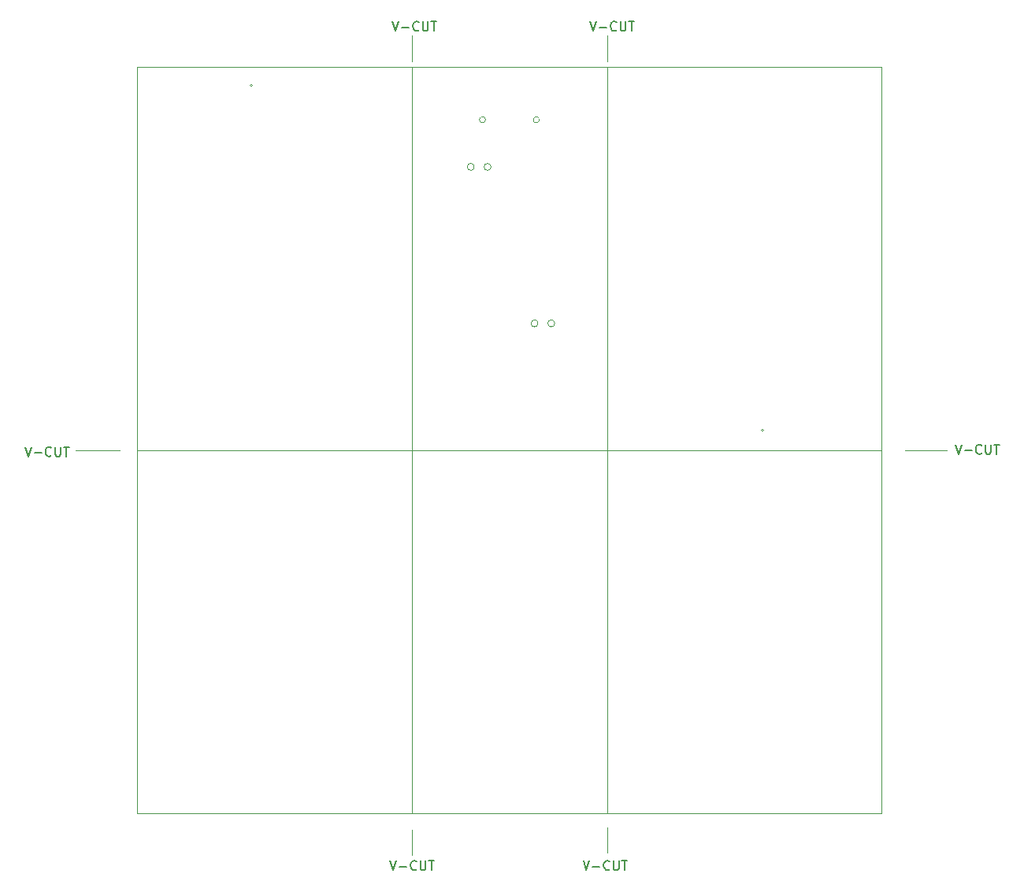
<source format=gbr>
%TF.GenerationSoftware,KiCad,Pcbnew,9.0.0*%
%TF.CreationDate,2025-05-15T12:24:39+09:00*%
%TF.ProjectId,Raspberry Pi Pico(Designed By TORICA),52617370-6265-4727-9279-205069205069,rev?*%
%TF.SameCoordinates,Original*%
%TF.FileFunction,Profile,NP*%
%FSLAX46Y46*%
G04 Gerber Fmt 4.6, Leading zero omitted, Abs format (unit mm)*
G04 Created by KiCad (PCBNEW 9.0.0) date 2025-05-15 12:24:39*
%MOMM*%
%LPD*%
G01*
G04 APERTURE LIST*
%TA.AperFunction,Profile*%
%ADD10C,0.050000*%
%TD*%
%ADD11C,0.150000*%
G04 APERTURE END LIST*
D10*
X160500000Y-79000000D02*
X190000000Y-79000000D01*
X122375000Y-81000000D02*
G75*
G02*
X122125000Y-81000000I-125000J0D01*
G01*
X122125000Y-81000000D02*
G75*
G02*
X122375000Y-81000000I125000J0D01*
G01*
X139500000Y-79000000D02*
X160500000Y-79000000D01*
X160500000Y-120250000D01*
X139500000Y-120250000D01*
X139500000Y-79000000D01*
X110000000Y-120250000D02*
X139500000Y-120250000D01*
X190000000Y-79000000D02*
X190000000Y-159250000D01*
X110000000Y-159250000D02*
X190000000Y-159250000D01*
X139500000Y-75625000D02*
X139500000Y-78375000D01*
X177340000Y-118070000D02*
G75*
G02*
X177090000Y-118070000I-125000J0D01*
G01*
X177090000Y-118070000D02*
G75*
G02*
X177340000Y-118070000I125000J0D01*
G01*
X139500000Y-161000000D02*
X139500000Y-163750000D01*
X108125000Y-120250000D02*
X103375000Y-120250000D01*
X139500000Y-79000000D02*
X110000000Y-79000000D01*
X139500000Y-120250000D02*
X139500000Y-159250000D01*
X160500000Y-75625000D02*
X160500000Y-78375000D01*
X192500000Y-120250000D02*
X197000000Y-120250000D01*
X190000000Y-120250000D02*
X160500000Y-120250000D01*
X110000000Y-79000000D02*
X110000000Y-159250000D01*
X160500000Y-160750000D02*
X160500000Y-163500000D01*
X160500000Y-120250000D02*
X160500000Y-159250000D01*
D11*
X197943922Y-119619819D02*
X198277255Y-120619819D01*
X198277255Y-120619819D02*
X198610588Y-119619819D01*
X198943922Y-120238866D02*
X199705827Y-120238866D01*
X200753445Y-120524580D02*
X200705826Y-120572200D01*
X200705826Y-120572200D02*
X200562969Y-120619819D01*
X200562969Y-120619819D02*
X200467731Y-120619819D01*
X200467731Y-120619819D02*
X200324874Y-120572200D01*
X200324874Y-120572200D02*
X200229636Y-120476961D01*
X200229636Y-120476961D02*
X200182017Y-120381723D01*
X200182017Y-120381723D02*
X200134398Y-120191247D01*
X200134398Y-120191247D02*
X200134398Y-120048390D01*
X200134398Y-120048390D02*
X200182017Y-119857914D01*
X200182017Y-119857914D02*
X200229636Y-119762676D01*
X200229636Y-119762676D02*
X200324874Y-119667438D01*
X200324874Y-119667438D02*
X200467731Y-119619819D01*
X200467731Y-119619819D02*
X200562969Y-119619819D01*
X200562969Y-119619819D02*
X200705826Y-119667438D01*
X200705826Y-119667438D02*
X200753445Y-119715057D01*
X201182017Y-119619819D02*
X201182017Y-120429342D01*
X201182017Y-120429342D02*
X201229636Y-120524580D01*
X201229636Y-120524580D02*
X201277255Y-120572200D01*
X201277255Y-120572200D02*
X201372493Y-120619819D01*
X201372493Y-120619819D02*
X201562969Y-120619819D01*
X201562969Y-120619819D02*
X201658207Y-120572200D01*
X201658207Y-120572200D02*
X201705826Y-120524580D01*
X201705826Y-120524580D02*
X201753445Y-120429342D01*
X201753445Y-120429342D02*
X201753445Y-119619819D01*
X202086779Y-119619819D02*
X202658207Y-119619819D01*
X202372493Y-120619819D02*
X202372493Y-119619819D01*
X137193922Y-164369819D02*
X137527255Y-165369819D01*
X137527255Y-165369819D02*
X137860588Y-164369819D01*
X138193922Y-164988866D02*
X138955827Y-164988866D01*
X140003445Y-165274580D02*
X139955826Y-165322200D01*
X139955826Y-165322200D02*
X139812969Y-165369819D01*
X139812969Y-165369819D02*
X139717731Y-165369819D01*
X139717731Y-165369819D02*
X139574874Y-165322200D01*
X139574874Y-165322200D02*
X139479636Y-165226961D01*
X139479636Y-165226961D02*
X139432017Y-165131723D01*
X139432017Y-165131723D02*
X139384398Y-164941247D01*
X139384398Y-164941247D02*
X139384398Y-164798390D01*
X139384398Y-164798390D02*
X139432017Y-164607914D01*
X139432017Y-164607914D02*
X139479636Y-164512676D01*
X139479636Y-164512676D02*
X139574874Y-164417438D01*
X139574874Y-164417438D02*
X139717731Y-164369819D01*
X139717731Y-164369819D02*
X139812969Y-164369819D01*
X139812969Y-164369819D02*
X139955826Y-164417438D01*
X139955826Y-164417438D02*
X140003445Y-164465057D01*
X140432017Y-164369819D02*
X140432017Y-165179342D01*
X140432017Y-165179342D02*
X140479636Y-165274580D01*
X140479636Y-165274580D02*
X140527255Y-165322200D01*
X140527255Y-165322200D02*
X140622493Y-165369819D01*
X140622493Y-165369819D02*
X140812969Y-165369819D01*
X140812969Y-165369819D02*
X140908207Y-165322200D01*
X140908207Y-165322200D02*
X140955826Y-165274580D01*
X140955826Y-165274580D02*
X141003445Y-165179342D01*
X141003445Y-165179342D02*
X141003445Y-164369819D01*
X141336779Y-164369819D02*
X141908207Y-164369819D01*
X141622493Y-165369819D02*
X141622493Y-164369819D01*
X157943922Y-164369819D02*
X158277255Y-165369819D01*
X158277255Y-165369819D02*
X158610588Y-164369819D01*
X158943922Y-164988866D02*
X159705827Y-164988866D01*
X160753445Y-165274580D02*
X160705826Y-165322200D01*
X160705826Y-165322200D02*
X160562969Y-165369819D01*
X160562969Y-165369819D02*
X160467731Y-165369819D01*
X160467731Y-165369819D02*
X160324874Y-165322200D01*
X160324874Y-165322200D02*
X160229636Y-165226961D01*
X160229636Y-165226961D02*
X160182017Y-165131723D01*
X160182017Y-165131723D02*
X160134398Y-164941247D01*
X160134398Y-164941247D02*
X160134398Y-164798390D01*
X160134398Y-164798390D02*
X160182017Y-164607914D01*
X160182017Y-164607914D02*
X160229636Y-164512676D01*
X160229636Y-164512676D02*
X160324874Y-164417438D01*
X160324874Y-164417438D02*
X160467731Y-164369819D01*
X160467731Y-164369819D02*
X160562969Y-164369819D01*
X160562969Y-164369819D02*
X160705826Y-164417438D01*
X160705826Y-164417438D02*
X160753445Y-164465057D01*
X161182017Y-164369819D02*
X161182017Y-165179342D01*
X161182017Y-165179342D02*
X161229636Y-165274580D01*
X161229636Y-165274580D02*
X161277255Y-165322200D01*
X161277255Y-165322200D02*
X161372493Y-165369819D01*
X161372493Y-165369819D02*
X161562969Y-165369819D01*
X161562969Y-165369819D02*
X161658207Y-165322200D01*
X161658207Y-165322200D02*
X161705826Y-165274580D01*
X161705826Y-165274580D02*
X161753445Y-165179342D01*
X161753445Y-165179342D02*
X161753445Y-164369819D01*
X162086779Y-164369819D02*
X162658207Y-164369819D01*
X162372493Y-165369819D02*
X162372493Y-164369819D01*
X97943922Y-119869819D02*
X98277255Y-120869819D01*
X98277255Y-120869819D02*
X98610588Y-119869819D01*
X98943922Y-120488866D02*
X99705827Y-120488866D01*
X100753445Y-120774580D02*
X100705826Y-120822200D01*
X100705826Y-120822200D02*
X100562969Y-120869819D01*
X100562969Y-120869819D02*
X100467731Y-120869819D01*
X100467731Y-120869819D02*
X100324874Y-120822200D01*
X100324874Y-120822200D02*
X100229636Y-120726961D01*
X100229636Y-120726961D02*
X100182017Y-120631723D01*
X100182017Y-120631723D02*
X100134398Y-120441247D01*
X100134398Y-120441247D02*
X100134398Y-120298390D01*
X100134398Y-120298390D02*
X100182017Y-120107914D01*
X100182017Y-120107914D02*
X100229636Y-120012676D01*
X100229636Y-120012676D02*
X100324874Y-119917438D01*
X100324874Y-119917438D02*
X100467731Y-119869819D01*
X100467731Y-119869819D02*
X100562969Y-119869819D01*
X100562969Y-119869819D02*
X100705826Y-119917438D01*
X100705826Y-119917438D02*
X100753445Y-119965057D01*
X101182017Y-119869819D02*
X101182017Y-120679342D01*
X101182017Y-120679342D02*
X101229636Y-120774580D01*
X101229636Y-120774580D02*
X101277255Y-120822200D01*
X101277255Y-120822200D02*
X101372493Y-120869819D01*
X101372493Y-120869819D02*
X101562969Y-120869819D01*
X101562969Y-120869819D02*
X101658207Y-120822200D01*
X101658207Y-120822200D02*
X101705826Y-120774580D01*
X101705826Y-120774580D02*
X101753445Y-120679342D01*
X101753445Y-120679342D02*
X101753445Y-119869819D01*
X102086779Y-119869819D02*
X102658207Y-119869819D01*
X102372493Y-120869819D02*
X102372493Y-119869819D01*
X158693922Y-74119819D02*
X159027255Y-75119819D01*
X159027255Y-75119819D02*
X159360588Y-74119819D01*
X159693922Y-74738866D02*
X160455827Y-74738866D01*
X161503445Y-75024580D02*
X161455826Y-75072200D01*
X161455826Y-75072200D02*
X161312969Y-75119819D01*
X161312969Y-75119819D02*
X161217731Y-75119819D01*
X161217731Y-75119819D02*
X161074874Y-75072200D01*
X161074874Y-75072200D02*
X160979636Y-74976961D01*
X160979636Y-74976961D02*
X160932017Y-74881723D01*
X160932017Y-74881723D02*
X160884398Y-74691247D01*
X160884398Y-74691247D02*
X160884398Y-74548390D01*
X160884398Y-74548390D02*
X160932017Y-74357914D01*
X160932017Y-74357914D02*
X160979636Y-74262676D01*
X160979636Y-74262676D02*
X161074874Y-74167438D01*
X161074874Y-74167438D02*
X161217731Y-74119819D01*
X161217731Y-74119819D02*
X161312969Y-74119819D01*
X161312969Y-74119819D02*
X161455826Y-74167438D01*
X161455826Y-74167438D02*
X161503445Y-74215057D01*
X161932017Y-74119819D02*
X161932017Y-74929342D01*
X161932017Y-74929342D02*
X161979636Y-75024580D01*
X161979636Y-75024580D02*
X162027255Y-75072200D01*
X162027255Y-75072200D02*
X162122493Y-75119819D01*
X162122493Y-75119819D02*
X162312969Y-75119819D01*
X162312969Y-75119819D02*
X162408207Y-75072200D01*
X162408207Y-75072200D02*
X162455826Y-75024580D01*
X162455826Y-75024580D02*
X162503445Y-74929342D01*
X162503445Y-74929342D02*
X162503445Y-74119819D01*
X162836779Y-74119819D02*
X163408207Y-74119819D01*
X163122493Y-75119819D02*
X163122493Y-74119819D01*
X137443922Y-74119819D02*
X137777255Y-75119819D01*
X137777255Y-75119819D02*
X138110588Y-74119819D01*
X138443922Y-74738866D02*
X139205827Y-74738866D01*
X140253445Y-75024580D02*
X140205826Y-75072200D01*
X140205826Y-75072200D02*
X140062969Y-75119819D01*
X140062969Y-75119819D02*
X139967731Y-75119819D01*
X139967731Y-75119819D02*
X139824874Y-75072200D01*
X139824874Y-75072200D02*
X139729636Y-74976961D01*
X139729636Y-74976961D02*
X139682017Y-74881723D01*
X139682017Y-74881723D02*
X139634398Y-74691247D01*
X139634398Y-74691247D02*
X139634398Y-74548390D01*
X139634398Y-74548390D02*
X139682017Y-74357914D01*
X139682017Y-74357914D02*
X139729636Y-74262676D01*
X139729636Y-74262676D02*
X139824874Y-74167438D01*
X139824874Y-74167438D02*
X139967731Y-74119819D01*
X139967731Y-74119819D02*
X140062969Y-74119819D01*
X140062969Y-74119819D02*
X140205826Y-74167438D01*
X140205826Y-74167438D02*
X140253445Y-74215057D01*
X140682017Y-74119819D02*
X140682017Y-74929342D01*
X140682017Y-74929342D02*
X140729636Y-75024580D01*
X140729636Y-75024580D02*
X140777255Y-75072200D01*
X140777255Y-75072200D02*
X140872493Y-75119819D01*
X140872493Y-75119819D02*
X141062969Y-75119819D01*
X141062969Y-75119819D02*
X141158207Y-75072200D01*
X141158207Y-75072200D02*
X141205826Y-75024580D01*
X141205826Y-75024580D02*
X141253445Y-74929342D01*
X141253445Y-74929342D02*
X141253445Y-74119819D01*
X141586779Y-74119819D02*
X142158207Y-74119819D01*
X141872493Y-75119819D02*
X141872493Y-74119819D01*
D10*
%TO.C,J1*%
X147435000Y-84680000D02*
G75*
G02*
X146785000Y-84680000I-325000J0D01*
G01*
X146785000Y-84680000D02*
G75*
G02*
X147435000Y-84680000I325000J0D01*
G01*
X153215000Y-84680000D02*
G75*
G02*
X152565000Y-84680000I-325000J0D01*
G01*
X152565000Y-84680000D02*
G75*
G02*
X153215000Y-84680000I325000J0D01*
G01*
%TO.C,SW1*%
X146225000Y-89750000D02*
G75*
G02*
X145475000Y-89750000I-375000J0D01*
G01*
X145475000Y-89750000D02*
G75*
G02*
X146225000Y-89750000I375000J0D01*
G01*
X148025000Y-89750000D02*
G75*
G02*
X147275000Y-89750000I-375000J0D01*
G01*
X147275000Y-89750000D02*
G75*
G02*
X148025000Y-89750000I375000J0D01*
G01*
%TO.C,SW2*%
X153075000Y-106575000D02*
G75*
G02*
X152325000Y-106575000I-375000J0D01*
G01*
X152325000Y-106575000D02*
G75*
G02*
X153075000Y-106575000I375000J0D01*
G01*
X154875000Y-106575000D02*
G75*
G02*
X154125000Y-106575000I-375000J0D01*
G01*
X154125000Y-106575000D02*
G75*
G02*
X154875000Y-106575000I375000J0D01*
G01*
%TD*%
M02*

</source>
